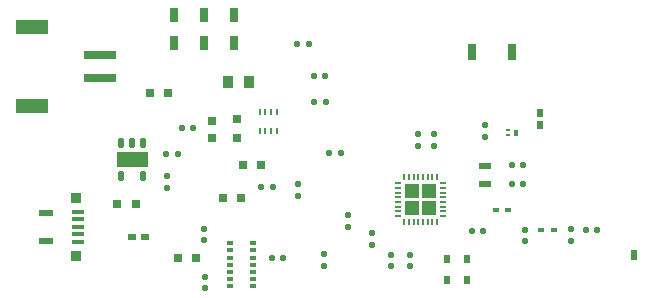
<source format=gtp>
%TF.GenerationSoftware,KiCad,Pcbnew,9.0.3*%
%TF.CreationDate,2025-09-07T13:00:31+02:00*%
%TF.ProjectId,LoTiBloxy,4c6f5469-426c-46f7-9879-2e6b69636164,rev?*%
%TF.SameCoordinates,Original*%
%TF.FileFunction,Paste,Top*%
%TF.FilePolarity,Positive*%
%FSLAX46Y46*%
G04 Gerber Fmt 4.6, Leading zero omitted, Abs format (unit mm)*
G04 Created by KiCad (PCBNEW 9.0.3) date 2025-09-07 13:00:31*
%MOMM*%
%LPD*%
G01*
G04 APERTURE LIST*
G04 Aperture macros list*
%AMRoundRect*
0 Rectangle with rounded corners*
0 $1 Rounding radius*
0 $2 $3 $4 $5 $6 $7 $8 $9 X,Y pos of 4 corners*
0 Add a 4 corners polygon primitive as box body*
4,1,4,$2,$3,$4,$5,$6,$7,$8,$9,$2,$3,0*
0 Add four circle primitives for the rounded corners*
1,1,$1+$1,$2,$3*
1,1,$1+$1,$4,$5*
1,1,$1+$1,$6,$7*
1,1,$1+$1,$8,$9*
0 Add four rect primitives between the rounded corners*
20,1,$1+$1,$2,$3,$4,$5,0*
20,1,$1+$1,$4,$5,$6,$7,0*
20,1,$1+$1,$6,$7,$8,$9,0*
20,1,$1+$1,$8,$9,$2,$3,0*%
G04 Aperture macros list end*
%ADD10C,0.100000*%
%ADD11C,0.000000*%
%ADD12R,2.722880X1.198880*%
%ADD13R,2.804160X0.792480*%
%ADD14R,0.500000X0.900000*%
%ADD15RoundRect,0.108000X-0.108000X-0.148000X0.108000X-0.148000X0.108000X0.148000X-0.108000X0.148000X0*%
%ADD16R,0.751840X0.772160*%
%ADD17RoundRect,0.112000X-0.136000X0.112000X-0.136000X-0.112000X0.136000X-0.112000X0.136000X0.112000X0*%
%ADD18RoundRect,0.112000X0.112000X0.136000X-0.112000X0.136000X-0.112000X-0.136000X0.112000X-0.136000X0*%
%ADD19RoundRect,0.180000X0.180000X0.200000X-0.180000X0.200000X-0.180000X-0.200000X0.180000X-0.200000X0*%
%ADD20R,1.117600X0.558800*%
%ADD21R,0.880000X1.136000*%
%ADD22R,0.568960X0.447040*%
%ADD23R,0.660400X0.609600*%
%ADD24R,0.610400X0.349998*%
%ADD25R,0.610400X0.350000*%
%ADD26R,0.607700X0.350000*%
%ADD27R,0.320000X0.200000*%
%ADD28R,0.320000X0.560000*%
%ADD29RoundRect,0.112000X-0.112000X-0.136000X0.112000X-0.136000X0.112000X0.136000X-0.112000X0.136000X0*%
%ADD30RoundRect,0.120000X-0.120000X0.320000X-0.120000X-0.320000X0.120000X-0.320000X0.120000X0.320000X0*%
%ADD31R,0.800000X1.280000*%
%ADD32RoundRect,0.108000X-0.148000X0.108000X-0.148000X-0.108000X0.148000X-0.108000X0.148000X0.108000X0*%
%ADD33RoundRect,0.180000X-0.200000X0.180000X-0.200000X-0.180000X0.200000X-0.180000X0.200000X0.180000X0*%
%ADD34R,0.609600X0.772160*%
%ADD35R,0.609600X0.660400*%
%ADD36RoundRect,0.180000X-0.180000X-0.200000X0.180000X-0.200000X0.180000X0.200000X-0.180000X0.200000X0*%
%ADD37R,0.203196X0.483920*%
%ADD38R,0.254000X0.604900*%
%ADD39R,0.253996X0.604900*%
%ADD40RoundRect,0.112000X0.136000X-0.112000X0.136000X0.112000X-0.136000X0.112000X-0.136000X-0.112000X0*%
%ADD41O,0.599999X0.200000*%
%ADD42O,0.200000X0.599999*%
%ADD43R,1.097280X0.365760*%
%ADD44R,1.097280X0.358881*%
%ADD45R,1.097280X0.358880*%
%ADD46R,1.097280X0.351998*%
%ADD47R,0.929640X0.853440*%
%ADD48R,1.143000X0.533400*%
%ADD49RoundRect,0.108000X0.148000X-0.108000X0.148000X0.108000X-0.148000X0.108000X-0.148000X-0.108000X0*%
%ADD50RoundRect,0.108000X0.108000X0.148000X-0.108000X0.148000X-0.108000X-0.148000X0.108000X-0.148000X0*%
%ADD51R,0.640000X1.360000*%
%ADD52R,0.772160X0.751840*%
G04 APERTURE END LIST*
%TO.C,U4*%
D10*
X91400000Y-95262500D02*
X88850000Y-95262500D01*
X88850000Y-96437500D01*
X91400000Y-96437500D01*
X91400000Y-95262500D01*
G36*
X91400000Y-95262500D02*
G01*
X88850000Y-95262500D01*
X88850000Y-96437500D01*
X91400000Y-96437500D01*
X91400000Y-95262500D01*
G37*
D11*
%TO.C,U2*%
G36*
X114439998Y-99168196D02*
G01*
X113210996Y-99168196D01*
X113210996Y-97939194D01*
X114439998Y-97939194D01*
X114439998Y-99168196D01*
G37*
G36*
X114439998Y-100597198D02*
G01*
X113210996Y-100597198D01*
X113210996Y-99368196D01*
X114439998Y-99368196D01*
X114439998Y-100597198D01*
G37*
G36*
X115868999Y-99168196D02*
G01*
X114639997Y-99168196D01*
X114639997Y-97939194D01*
X115868999Y-97939194D01*
X115868999Y-99168196D01*
G37*
G36*
X115868999Y-100597198D02*
G01*
X114639997Y-100597198D01*
X114639997Y-99368196D01*
X115868999Y-99368196D01*
X115868999Y-100597198D01*
G37*
%TD*%
D12*
%TO.C,J2*%
X81605299Y-91350001D03*
X81605299Y-84649999D03*
D13*
X87355300Y-89000001D03*
X87355300Y-86999999D03*
%TD*%
D14*
%TO.C,AE2*%
X132600000Y-103918196D03*
%TD*%
D15*
%TO.C,R1*%
X106805000Y-95300000D03*
X107825000Y-95300000D03*
%TD*%
D16*
%TO.C,FB1*%
X96910000Y-92575700D03*
X96910000Y-94074300D03*
%TD*%
D17*
%TO.C,C21*%
X110388192Y-102120000D03*
X110388192Y-103080000D03*
%TD*%
D18*
%TO.C,C7*%
X95280000Y-93200000D03*
X94320000Y-93200000D03*
%TD*%
D17*
%TO.C,C13*%
X113600000Y-103970000D03*
X113600000Y-104930000D03*
%TD*%
D19*
%TO.C,C10*%
X101054200Y-96316800D03*
X99504200Y-96316800D03*
%TD*%
D20*
%TO.C,XTAL1*%
X120015000Y-96399350D03*
X120015000Y-97910650D03*
%TD*%
D21*
%TO.C,L1*%
X100035000Y-89300000D03*
X98265000Y-89300000D03*
%TD*%
D22*
%TO.C,L5*%
X124769300Y-101818196D03*
X125810700Y-101818196D03*
%TD*%
D23*
%TO.C,D1*%
X91180273Y-102404419D03*
X90138873Y-102404419D03*
%TD*%
D15*
%TO.C,R9*%
X104036400Y-86106000D03*
X105056400Y-86106000D03*
%TD*%
D17*
%TO.C,C5*%
X127240000Y-101788196D03*
X127240000Y-102748196D03*
%TD*%
D24*
%TO.C,U1*%
X98425000Y-102975001D03*
D25*
X98425000Y-103575000D03*
D24*
X98425000Y-104175001D03*
D25*
X98425000Y-104775000D03*
X98425000Y-105375000D03*
X98425000Y-105975000D03*
X98425000Y-106575000D03*
X100330000Y-106575000D03*
X100330000Y-105975000D03*
X100330000Y-105375000D03*
D26*
X100331350Y-104775000D03*
D24*
X100330000Y-104175001D03*
D25*
X100330000Y-103575000D03*
D24*
X100330000Y-102975001D03*
%TD*%
D22*
%TO.C,L4*%
X120919300Y-100118196D03*
X121960700Y-100118196D03*
%TD*%
D27*
%TO.C,Q1*%
X121900000Y-93375001D03*
D28*
X122600000Y-93600000D03*
D27*
X121900000Y-93824999D03*
%TD*%
D29*
%TO.C,C15*%
X122285000Y-96355000D03*
X123245000Y-96355000D03*
%TD*%
%TO.C,C6*%
X128510000Y-101838196D03*
X129470000Y-101838196D03*
%TD*%
D30*
%TO.C,U4*%
X91075000Y-94450000D03*
X90125000Y-94450000D03*
X89175000Y-94450000D03*
X89175000Y-97250000D03*
X91075000Y-97250000D03*
%TD*%
D31*
%TO.C,S3*%
X98700000Y-86000000D03*
X98700000Y-83600000D03*
X96200000Y-86000000D03*
X96200000Y-83600000D03*
X93700000Y-86000000D03*
X93700000Y-83600000D03*
%TD*%
D19*
%TO.C,C2*%
X95525000Y-104250000D03*
X93975000Y-104250000D03*
%TD*%
D18*
%TO.C,C19*%
X106480000Y-88800000D03*
X105520000Y-88800000D03*
%TD*%
D32*
%TO.C,R7*%
X106400000Y-103890000D03*
X106400000Y-104910000D03*
%TD*%
D15*
%TO.C,R4*%
X105490000Y-91000000D03*
X106510000Y-91000000D03*
%TD*%
D33*
%TO.C,C11*%
X98960000Y-92475000D03*
X98960000Y-94025000D03*
%TD*%
D17*
%TO.C,C20*%
X96274700Y-105811600D03*
X96274700Y-106771600D03*
%TD*%
D34*
%TO.C,XTAL2*%
X118450001Y-104297401D03*
X116749999Y-104297401D03*
X116749999Y-106050001D03*
X118450001Y-106050001D03*
%TD*%
D35*
%TO.C,D2*%
X124690000Y-92943196D03*
X124690000Y-91901796D03*
%TD*%
D36*
%TO.C,C18*%
X91625000Y-90200000D03*
X93175000Y-90200000D03*
%TD*%
D37*
%TO.C,U3*%
X100900001Y-93452450D03*
D38*
X101400000Y-93452450D03*
X101900000Y-93452450D03*
D39*
X102399999Y-93452450D03*
D38*
X102400001Y-91847550D03*
X101900000Y-91847550D03*
X101400000Y-91847550D03*
D39*
X100900001Y-91847550D03*
%TD*%
D32*
%TO.C,R6*%
X93088873Y-97269419D03*
X93088873Y-98289419D03*
%TD*%
D40*
%TO.C,C8*%
X115640000Y-94698196D03*
X115640000Y-93738196D03*
%TD*%
D32*
%TO.C,R2*%
X104140000Y-97915000D03*
X104140000Y-98935000D03*
%TD*%
D36*
%TO.C,C12*%
X88875000Y-99650000D03*
X90425000Y-99650000D03*
%TD*%
D40*
%TO.C,C1*%
X96174700Y-102691600D03*
X96174700Y-101731600D03*
%TD*%
D41*
%TO.C,U2*%
X116439999Y-100668198D03*
X116439999Y-100268197D03*
X116439999Y-99868197D03*
X116439999Y-99468198D03*
X116439999Y-99068196D03*
X116439999Y-98668197D03*
X116439999Y-98268198D03*
X116439999Y-97868196D03*
D42*
X115940000Y-97368197D03*
X115539998Y-97368197D03*
X115139999Y-97368197D03*
X114740000Y-97368197D03*
X114339998Y-97368197D03*
X113939999Y-97368197D03*
X113539999Y-97368197D03*
X113139998Y-97368197D03*
D41*
X112640001Y-97868196D03*
X112640001Y-98268198D03*
X112640001Y-98668197D03*
X112640001Y-99068196D03*
X112640001Y-99468198D03*
X112640001Y-99868197D03*
X112640001Y-100268197D03*
X112640001Y-100668198D03*
D42*
X113139998Y-101168195D03*
X113539999Y-101168195D03*
X113939999Y-101168195D03*
X114339998Y-101168195D03*
X114740000Y-101168195D03*
X115139999Y-101168195D03*
X115539998Y-101168195D03*
X115940000Y-101168195D03*
%TD*%
D17*
%TO.C,C9*%
X112065000Y-103938196D03*
X112065000Y-104898196D03*
%TD*%
D43*
%TO.C,J3*%
X85493500Y-102875000D03*
D44*
X85493500Y-102220699D03*
D45*
X85493500Y-101570700D03*
D46*
X85493500Y-100925001D03*
D43*
X85493500Y-100275000D03*
D47*
X85404600Y-99112501D03*
D48*
X82829299Y-100387500D03*
X82829299Y-102762500D03*
D47*
X85404600Y-104037499D03*
%TD*%
D29*
%TO.C,C14*%
X118885000Y-101918196D03*
X119845000Y-101918196D03*
%TD*%
%TO.C,C3*%
X101920000Y-104200000D03*
X102880000Y-104200000D03*
%TD*%
%TO.C,C16*%
X122285000Y-97955000D03*
X123245000Y-97955000D03*
%TD*%
D49*
%TO.C,R10*%
X120000000Y-93968197D03*
X120000000Y-92948197D03*
%TD*%
%TO.C,R3*%
X108407200Y-101551200D03*
X108407200Y-100531200D03*
%TD*%
D15*
%TO.C,R8*%
X101039200Y-98196400D03*
X102059200Y-98196400D03*
%TD*%
D17*
%TO.C,C4*%
X123390000Y-101838196D03*
X123390000Y-102798196D03*
%TD*%
D50*
%TO.C,R5*%
X93973873Y-95379419D03*
X92953873Y-95379419D03*
%TD*%
D51*
%TO.C,S1*%
X118900000Y-86800000D03*
X122300000Y-86800000D03*
%TD*%
D52*
%TO.C,FB2*%
X99299300Y-99100000D03*
X97800700Y-99100000D03*
%TD*%
D40*
%TO.C,C17*%
X114340000Y-94698196D03*
X114340000Y-93738196D03*
%TD*%
M02*

</source>
